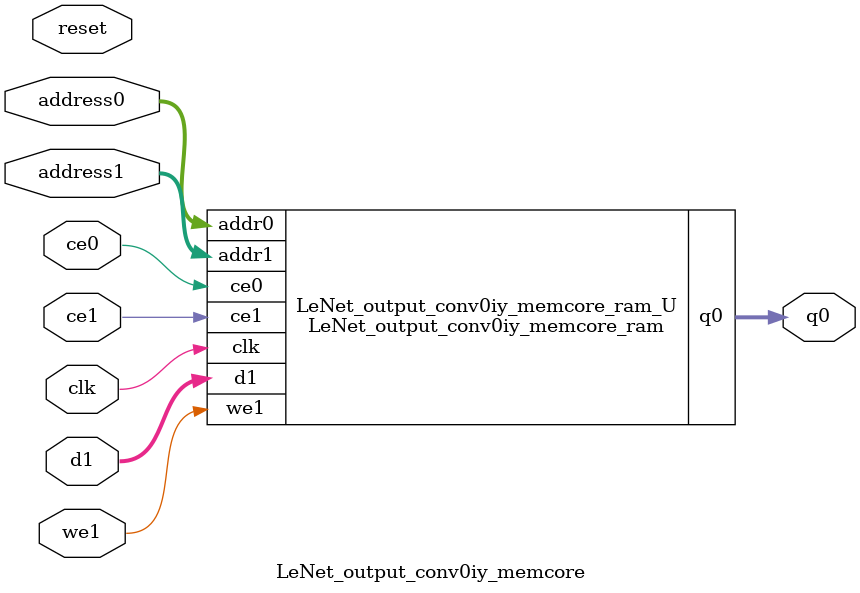
<source format=v>
`timescale 1 ns / 1 ps
module LeNet_output_conv0iy_memcore_ram (addr0, ce0, q0, addr1, ce1, d1, we1,  clk);

parameter DWIDTH = 32;
parameter AWIDTH = 10;
parameter MEM_SIZE = 784;

input[AWIDTH-1:0] addr0;
input ce0;
output reg[DWIDTH-1:0] q0;
input[AWIDTH-1:0] addr1;
input ce1;
input[DWIDTH-1:0] d1;
input we1;
input clk;

(* ram_style = "block" *)reg [DWIDTH-1:0] ram[0:MEM_SIZE-1];




always @(posedge clk)  
begin 
    if (ce0) 
    begin
        q0 <= ram[addr0];
    end
end


always @(posedge clk)  
begin 
    if (ce1) 
    begin
        if (we1) 
        begin 
            ram[addr1] <= d1; 
        end 
    end
end


endmodule

`timescale 1 ns / 1 ps
module LeNet_output_conv0iy_memcore(
    reset,
    clk,
    address0,
    ce0,
    q0,
    address1,
    ce1,
    we1,
    d1);

parameter DataWidth = 32'd32;
parameter AddressRange = 32'd784;
parameter AddressWidth = 32'd10;
input reset;
input clk;
input[AddressWidth - 1:0] address0;
input ce0;
output[DataWidth - 1:0] q0;
input[AddressWidth - 1:0] address1;
input ce1;
input we1;
input[DataWidth - 1:0] d1;



LeNet_output_conv0iy_memcore_ram LeNet_output_conv0iy_memcore_ram_U(
    .clk( clk ),
    .addr0( address0 ),
    .ce0( ce0 ),
    .q0( q0 ),
    .addr1( address1 ),
    .ce1( ce1 ),
    .we1( we1 ),
    .d1( d1 ));

endmodule


</source>
